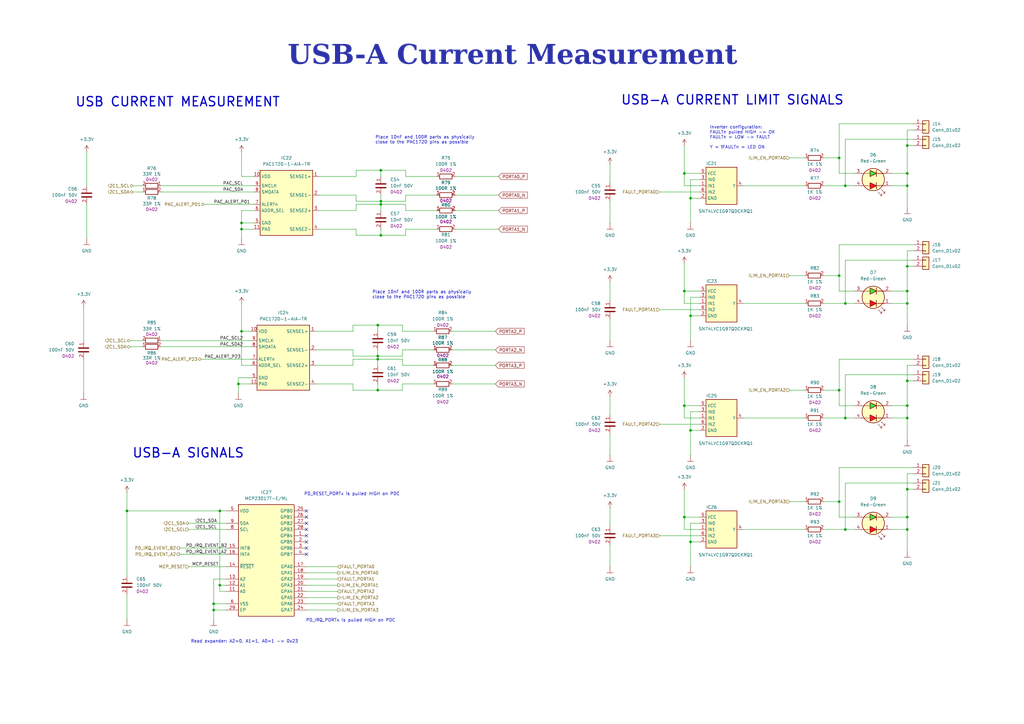
<source format=kicad_sch>
(kicad_sch (version 20250114) (generator "eeschema") (generator_version "9.0")
  (paper "A3")
  (title_block (title "USB-A Current Measurement") (date "2025-01-12") (rev "${REVISION}") (company "${COMPANY}"))
  (text "Place 10nF and 100R parts as physically \nclose to the PAC1720 pins as possible" (at 152.654 120.904 0) (effects (font (size 1.27 1.27)) (justify left)))
  (text "PD_RESET_PORTx is pulled HIGH on PDC" (at 124.714 202.692 0) (effects (font (size 1.27 1.27)) (justify left)))
  (text "Read expander: A2=0, A1=1, A0=1 -> 0x23" (at 78.232 263.144 0) (effects (font (size 1.27 1.27)) (justify left)))
  (text "Inverter configuration:\nFAULTn pulled HIGH -> OK\nFAULTn = LOW -> FAULT\n\nY = !FAULTn = LED ON" (at 291.084 56.388 0) (effects (font (size 1.27 1.27)) (justify left)))
  (text "Place 10nF and 100R parts as physically \nclose to the PAC1720 pins as possible" (at 153.924 57.404 0) (effects (font (size 1.27 1.27)) (justify left)))
  (text "USB-A CURRENT LIMIT SIGNALS" (at 254.508 41.148 0) (effects (font (size 3.81 3.81) (thickness 0.508) (bold yes)) (justify left)))
  (text "USB-A SIGNALS" (at 54.102 185.928 0) (effects (font (size 3.81 3.81) (thickness 0.508) (bold yes)) (justify left)))
  (text "PD_IRQ_PORTx is pulled HIGH on PDC" (at 125.476 254.508 0) (effects (font (size 1.27 1.27)) (justify left)))
  (text "USB CURRENT MEASUREMENT" (at 30.734 41.91 0) (effects (font (size 3.81 3.81) (thickness 0.508) (bold yes)) (justify left)))
  (text_box "USB-A Current Measurement" (at 12.7 16.51 0) (size 394.97 12.7) (margins 5.9999 5.9999 5.9999 5.9999) (stroke (width -0.0001)) (effects (font (size 8 8) (thickness 1.2) (bold yes))))
  (junction (at 283.21 81.28))
  (junction (at 154.94 146.05))
  (junction (at 280.67 71.12))
  (junction (at 372.11 119.38))
  (junction (at 87.63 247.65))
  (junction (at 372.11 109.22))
  (junction (at 372.11 124.46))
  (junction (at 156.21 69.85))
  (junction (at 344.17 205.74))
  (junction (at 99.06 135.89))
  (junction (at 280.67 166.37))
  (junction (at 372.11 156.21))
  (junction (at 372.11 212.09))
  (junction (at 283.21 176.53))
  (junction (at 280.67 119.38))
  (junction (at 372.11 217.17))
  (junction (at 97.79 157.48))
  (junction (at 372.11 200.66))
  (junction (at 346.71 171.45))
  (junction (at 99.06 91.44))
  (junction (at 90.17 240.03))
  (junction (at 154.94 133.35))
  (junction (at 344.17 113.03))
  (junction (at 283.21 129.54))
  (junction (at 280.67 212.09))
  (junction (at 156.21 96.52))
  (junction (at 99.06 93.98))
  (junction (at 52.07 209.55))
  (junction (at 154.94 147.32))
  (junction (at 87.63 250.19))
  (junction (at 90.17 209.55))
  (junction (at 372.11 71.12))
  (junction (at 346.71 217.17))
  (junction (at 372.11 59.69))
  (junction (at 154.94 160.02))
  (junction (at 156.21 82.55))
  (junction (at 372.11 166.37))
  (junction (at 344.17 64.77))
  (junction (at 372.11 171.45))
  (junction (at 372.11 76.2))
  (junction (at 156.21 83.82))
  (junction (at 346.71 124.46))
  (junction (at 344.17 160.02))
  (junction (at 283.21 222.25))
  (junction (at 346.71 76.2))
  (no_connect (at 125.73 219.71))
  (no_connect (at 125.73 224.79))
  (no_connect (at 125.73 227.33))
  (no_connect (at 125.73 222.25))
  (no_connect (at 125.73 209.55))
  (no_connect (at 125.73 214.63))
  (no_connect (at 125.73 212.09))
  (no_connect (at 125.73 217.17))
  (wire (pts (xy 283.21 222.25) (xy 283.21 232.41)))
  (wire (pts (xy 374.65 147.32) (xy 344.17 147.32)))
  (wire (pts (xy 374.65 191.77) (xy 344.17 191.77)))
  (wire (pts (xy 156.21 82.55) (xy 166.37 82.55)))
  (wire (pts (xy 372.11 124.46) (xy 372.11 133.35)))
  (wire (pts (xy 372.11 59.69) (xy 372.11 71.12)))
  (wire (pts (xy 280.67 154.94) (xy 280.67 166.37)))
  (wire (pts (xy 344.17 166.37) (xy 350.52 166.37)))
  (wire (pts (xy 66.04 142.24) (xy 102.87 142.24)))
  (wire (pts (xy 99.06 86.36) (xy 99.06 91.44)))
  (wire (pts (xy 374.65 198.12) (xy 346.71 198.12)))
  (wire (pts (xy 146.05 96.52) (xy 156.21 96.52)))
  (wire (pts (xy 374.65 53.34) (xy 372.11 53.34)))
  (wire (pts (xy 250.19 82.55) (xy 250.19 91.44)))
  (wire (pts (xy 250.19 223.52) (xy 250.19 232.41)))
  (wire (pts (xy 58.42 139.7) (xy 53.34 139.7)))
  (wire (pts (xy 87.63 250.19) (xy 87.63 254)))
  (wire (pts (xy 144.78 160.02) (xy 144.78 157.48)))
  (wire (pts (xy 138.43 240.03) (xy 125.73 240.03)))
  (wire (pts (xy 34.29 161.29) (xy 34.29 147.32)))
  (wire (pts (xy 87.63 247.65) (xy 92.71 247.65)))
  (wire (pts (xy 52.07 209.55) (xy 90.17 209.55)))
  (wire (pts (xy 374.65 102.87) (xy 372.11 102.87)))
  (wire (pts (xy 287.02 124.46) (xy 280.67 124.46)))
  (wire (pts (xy 146.05 96.52) (xy 146.05 93.98)))
  (wire (pts (xy 102.87 135.89) (xy 99.06 135.89)))
  (wire (pts (xy 283.21 176.53) (xy 283.21 186.69)))
  (wire (pts (xy 166.37 72.39) (xy 179.07 72.39)))
  (wire (pts (xy 372.11 217.17) (xy 372.11 226.06)))
  (wire (pts (xy 165.1 143.51) (xy 177.8 143.51)))
  (wire (pts (xy 156.21 83.82) (xy 156.21 86.36)))
  (wire (pts (xy 337.82 171.45) (xy 346.71 171.45)))
  (wire (pts (xy 270.51 173.99) (xy 287.02 173.99)))
  (wire (pts (xy 280.67 166.37) (xy 287.02 166.37)))
  (wire (pts (xy 337.82 217.17) (xy 346.71 217.17)))
  (wire (pts (xy 99.06 93.98) (xy 104.14 93.98)))
  (wire (pts (xy 138.43 237.49) (xy 125.73 237.49)))
  (wire (pts (xy 165.1 135.89) (xy 177.8 135.89)))
  (wire (pts (xy 97.79 157.48) (xy 97.79 161.29)))
  (wire (pts (xy 203.2 143.51) (xy 185.42 143.51)))
  (wire (pts (xy 344.17 50.8) (xy 344.17 64.77)))
  (wire (pts (xy 372.11 71.12) (xy 372.11 76.2)))
  (wire (pts (xy 77.47 232.41) (xy 92.71 232.41)))
  (wire (pts (xy 87.63 250.19) (xy 92.71 250.19)))
  (wire (pts (xy 99.06 149.86) (xy 102.87 149.86)))
  (wire (pts (xy 344.17 191.77) (xy 344.17 205.74)))
  (wire (pts (xy 374.65 50.8) (xy 344.17 50.8)))
  (wire (pts (xy 250.19 177.8) (xy 250.19 186.69)))
  (wire (pts (xy 144.78 149.86) (xy 129.54 149.86)))
  (wire (pts (xy 365.76 212.09) (xy 372.11 212.09)))
  (wire (pts (xy 372.11 109.22) (xy 372.11 119.38)))
  (wire (pts (xy 280.67 107.95) (xy 280.67 119.38)))
  (wire (pts (xy 144.78 135.89) (xy 129.54 135.89)))
  (wire (pts (xy 330.2 205.74) (xy 323.85 205.74)))
  (wire (pts (xy 146.05 83.82) (xy 146.05 86.36)))
  (wire (pts (xy 280.67 119.38) (xy 287.02 119.38)))
  (wire (pts (xy 250.19 130.81) (xy 250.19 139.7)))
  (wire (pts (xy 372.11 102.87) (xy 372.11 109.22)))
  (wire (pts (xy 337.82 76.2) (xy 346.71 76.2)))
  (wire (pts (xy 144.78 146.05) (xy 154.94 146.05)))
  (wire (pts (xy 337.82 205.74) (xy 344.17 205.74)))
  (wire (pts (xy 304.8 124.46) (xy 330.2 124.46)))
  (wire (pts (xy 166.37 80.01) (xy 179.07 80.01)))
  (wire (pts (xy 138.43 232.41) (xy 125.73 232.41)))
  (wire (pts (xy 166.37 86.36) (xy 179.07 86.36)))
  (wire (pts (xy 346.71 171.45) (xy 350.52 171.45)))
  (wire (pts (xy 372.11 166.37) (xy 372.11 171.45)))
  (wire (pts (xy 372.11 194.31) (xy 372.11 200.66)))
  (wire (pts (xy 287.02 176.53) (xy 283.21 176.53)))
  (wire (pts (xy 287.02 171.45) (xy 280.67 171.45)))
  (wire (pts (xy 204.47 72.39) (xy 186.69 72.39)))
  (wire (pts (xy 374.65 200.66) (xy 372.11 200.66)))
  (wire (pts (xy 154.94 133.35) (xy 165.1 133.35)))
  (wire (pts (xy 58.42 78.74) (xy 54.61 78.74)))
  (wire (pts (xy 250.19 162.56) (xy 250.19 170.18)))
  (wire (pts (xy 138.43 250.19) (xy 125.73 250.19)))
  (wire (pts (xy 156.21 93.98) (xy 156.21 96.52)))
  (wire (pts (xy 154.94 143.51) (xy 154.94 146.05)))
  (wire (pts (xy 283.21 168.91) (xy 283.21 176.53)))
  (wire (pts (xy 346.71 106.68) (xy 346.71 124.46)))
  (wire (pts (xy 138.43 245.11) (xy 125.73 245.11)))
  (wire (pts (xy 337.82 113.03) (xy 344.17 113.03)))
  (wire (pts (xy 77.47 217.17) (xy 92.71 217.17)))
  (wire (pts (xy 304.8 217.17) (xy 330.2 217.17)))
  (wire (pts (xy 34.29 125.73) (xy 34.29 139.7)))
  (wire (pts (xy 87.63 247.65) (xy 87.63 250.19)))
  (wire (pts (xy 156.21 96.52) (xy 166.37 96.52)))
  (wire (pts (xy 280.67 71.12) (xy 287.02 71.12)))
  (wire (pts (xy 92.71 240.03) (xy 90.17 240.03)))
  (wire (pts (xy 154.94 160.02) (xy 165.1 160.02)))
  (wire (pts (xy 372.11 76.2) (xy 372.11 85.09)))
  (wire (pts (xy 144.78 133.35) (xy 154.94 133.35)))
  (wire (pts (xy 283.21 121.92) (xy 283.21 129.54)))
  (wire (pts (xy 154.94 147.32) (xy 154.94 149.86)))
  (wire (pts (xy 156.21 69.85) (xy 156.21 72.39)))
  (wire (pts (xy 346.71 76.2) (xy 350.52 76.2)))
  (wire (pts (xy 346.71 124.46) (xy 350.52 124.46)))
  (wire (pts (xy 146.05 72.39) (xy 130.81 72.39)))
  (wire (pts (xy 374.65 100.33) (xy 344.17 100.33)))
  (wire (pts (xy 344.17 119.38) (xy 350.52 119.38)))
  (wire (pts (xy 77.47 214.63) (xy 92.71 214.63)))
  (wire (pts (xy 144.78 133.35) (xy 144.78 135.89)))
  (wire (pts (xy 280.67 76.2) (xy 280.67 71.12)))
  (wire (pts (xy 374.65 57.15) (xy 346.71 57.15)))
  (wire (pts (xy 304.8 171.45) (xy 330.2 171.45)))
  (wire (pts (xy 144.78 160.02) (xy 154.94 160.02)))
  (wire (pts (xy 203.2 157.48) (xy 185.42 157.48)))
  (wire (pts (xy 280.67 59.69) (xy 280.67 71.12)))
  (wire (pts (xy 166.37 96.52) (xy 166.37 93.98)))
  (wire (pts (xy 165.1 133.35) (xy 165.1 135.89)))
  (wire (pts (xy 337.82 160.02) (xy 344.17 160.02)))
  (wire (pts (xy 166.37 82.55) (xy 166.37 80.01)))
  (wire (pts (xy 365.76 166.37) (xy 372.11 166.37)))
  (wire (pts (xy 365.76 71.12) (xy 372.11 71.12)))
  (wire (pts (xy 280.67 171.45) (xy 280.67 166.37)))
  (wire (pts (xy 287.02 168.91) (xy 283.21 168.91)))
  (wire (pts (xy 283.21 73.66) (xy 283.21 81.28)))
  (wire (pts (xy 52.07 209.55) (xy 52.07 236.22)))
  (wire (pts (xy 287.02 81.28) (xy 283.21 81.28)))
  (wire (pts (xy 154.94 133.35) (xy 154.94 135.89)))
  (wire (pts (xy 337.82 124.46) (xy 346.71 124.46)))
  (wire (pts (xy 97.79 154.94) (xy 102.87 154.94)))
  (wire (pts (xy 144.78 143.51) (xy 129.54 143.51)))
  (wire (pts (xy 165.1 160.02) (xy 165.1 157.48)))
  (wire (pts (xy 304.8 76.2) (xy 330.2 76.2)))
  (wire (pts (xy 104.14 86.36) (xy 99.06 86.36)))
  (wire (pts (xy 92.71 242.57) (xy 90.17 242.57)))
  (wire (pts (xy 203.2 149.86) (xy 185.42 149.86)))
  (wire (pts (xy 287.02 217.17) (xy 280.67 217.17)))
  (wire (pts (xy 346.71 198.12) (xy 346.71 217.17)))
  (wire (pts (xy 52.07 254) (xy 52.07 243.84)))
  (wire (pts (xy 90.17 209.55) (xy 92.71 209.55)))
  (wire (pts (xy 144.78 146.05) (xy 144.78 143.51)))
  (wire (pts (xy 99.06 135.89) (xy 99.06 149.86)))
  (wire (pts (xy 372.11 156.21) (xy 372.11 166.37)))
  (wire (pts (xy 372.11 212.09) (xy 372.11 217.17)))
  (wire (pts (xy 270.51 127) (xy 287.02 127)))
  (wire (pts (xy 344.17 205.74) (xy 344.17 212.09)))
  (wire (pts (xy 204.47 80.01) (xy 186.69 80.01)))
  (wire (pts (xy 146.05 82.55) (xy 146.05 80.01)))
  (wire (pts (xy 204.47 86.36) (xy 186.69 86.36)))
  (wire (pts (xy 165.1 147.32) (xy 165.1 149.86)))
  (wire (pts (xy 138.43 234.95) (xy 125.73 234.95)))
  (wire (pts (xy 97.79 154.94) (xy 97.79 157.48)))
  (wire (pts (xy 365.76 119.38) (xy 372.11 119.38)))
  (wire (pts (xy 165.1 157.48) (xy 177.8 157.48)))
  (wire (pts (xy 283.21 81.28) (xy 283.21 91.44)))
  (wire (pts (xy 270.51 219.71) (xy 287.02 219.71)))
  (wire (pts (xy 372.11 109.22) (xy 374.65 109.22)))
  (wire (pts (xy 99.06 91.44) (xy 99.06 93.98)))
  (wire (pts (xy 66.04 139.7) (xy 102.87 139.7)))
  (wire (pts (xy 250.19 115.57) (xy 250.19 123.19)))
  (wire (pts (xy 73.66 224.79) (xy 92.71 224.79)))
  (wire (pts (xy 138.43 242.57) (xy 125.73 242.57)))
  (wire (pts (xy 99.06 91.44) (xy 104.14 91.44)))
  (wire (pts (xy 346.71 153.67) (xy 346.71 171.45)))
  (wire (pts (xy 374.65 106.68) (xy 346.71 106.68)))
  (wire (pts (xy 82.55 147.32) (xy 102.87 147.32)))
  (wire (pts (xy 365.76 171.45) (xy 372.11 171.45)))
  (wire (pts (xy 104.14 72.39) (xy 99.06 72.39)))
  (wire (pts (xy 154.94 157.48) (xy 154.94 160.02)))
  (wire (pts (xy 330.2 64.77) (xy 323.85 64.77)))
  (wire (pts (xy 146.05 83.82) (xy 156.21 83.82)))
  (wire (pts (xy 166.37 93.98) (xy 179.07 93.98)))
  (wire (pts (xy 330.2 160.02) (xy 323.85 160.02)))
  (wire (pts (xy 156.21 80.01) (xy 156.21 82.55)))
  (wire (pts (xy 92.71 237.49) (xy 87.63 237.49)))
  (wire (pts (xy 344.17 212.09) (xy 350.52 212.09)))
  (wire (pts (xy 372.11 171.45) (xy 372.11 180.34)))
  (wire (pts (xy 144.78 147.32) (xy 154.94 147.32)))
  (wire (pts (xy 283.21 129.54) (xy 283.21 139.7)))
  (wire (pts (xy 165.1 146.05) (xy 165.1 143.51)))
  (wire (pts (xy 146.05 69.85) (xy 146.05 72.39)))
  (wire (pts (xy 156.21 83.82) (xy 166.37 83.82)))
  (wire (pts (xy 97.79 157.48) (xy 102.87 157.48)))
  (wire (pts (xy 280.67 200.66) (xy 280.67 212.09)))
  (wire (pts (xy 146.05 82.55) (xy 156.21 82.55)))
  (wire (pts (xy 90.17 242.57) (xy 90.17 240.03)))
  (wire (pts (xy 374.65 149.86) (xy 372.11 149.86)))
  (wire (pts (xy 344.17 64.77) (xy 344.17 71.12)))
  (wire (pts (xy 138.43 247.65) (xy 125.73 247.65)))
  (wire (pts (xy 156.21 69.85) (xy 166.37 69.85)))
  (wire (pts (xy 372.11 156.21) (xy 374.65 156.21)))
  (wire (pts (xy 287.02 121.92) (xy 283.21 121.92)))
  (wire (pts (xy 374.65 194.31) (xy 372.11 194.31)))
  (wire (pts (xy 372.11 149.86) (xy 372.11 156.21)))
  (wire (pts (xy 374.65 153.67) (xy 346.71 153.67)))
  (wire (pts (xy 287.02 73.66) (xy 283.21 73.66)))
  (wire (pts (xy 203.2 135.89) (xy 185.42 135.89)))
  (wire (pts (xy 204.47 93.98) (xy 186.69 93.98)))
  (wire (pts (xy 346.71 217.17) (xy 350.52 217.17)))
  (wire (pts (xy 52.07 201.93) (xy 52.07 209.55)))
  (wire (pts (xy 287.02 214.63) (xy 283.21 214.63)))
  (wire (pts (xy 58.42 142.24) (xy 53.34 142.24)))
  (wire (pts (xy 344.17 71.12) (xy 350.52 71.12)))
  (wire (pts (xy 346.71 57.15) (xy 346.71 76.2)))
  (wire (pts (xy 250.19 67.31) (xy 250.19 74.93)))
  (wire (pts (xy 344.17 147.32) (xy 344.17 160.02)))
  (wire (pts (xy 365.76 76.2) (xy 372.11 76.2)))
  (wire (pts (xy 330.2 113.03) (xy 323.85 113.03)))
  (wire (pts (xy 154.94 147.32) (xy 165.1 147.32)))
  (wire (pts (xy 344.17 100.33) (xy 344.17 113.03)))
  (wire (pts (xy 270.51 78.74) (xy 287.02 78.74)))
  (wire (pts (xy 146.05 80.01) (xy 130.81 80.01)))
  (wire (pts (xy 99.06 124.46) (xy 99.06 135.89)))
  (wire (pts (xy 58.42 76.2) (xy 54.61 76.2)))
  (wire (pts (xy 146.05 86.36) (xy 130.81 86.36)))
  (wire (pts (xy 365.76 124.46) (xy 372.11 124.46)))
  (wire (pts (xy 35.56 97.79) (xy 35.56 83.82)))
  (wire (pts (xy 35.56 62.23) (xy 35.56 76.2)))
  (wire (pts (xy 287.02 222.25) (xy 283.21 222.25)))
  (wire (pts (xy 166.37 69.85) (xy 166.37 72.39)))
  (wire (pts (xy 372.11 59.69) (xy 374.65 59.69)))
  (wire (pts (xy 90.17 240.03) (xy 90.17 209.55)))
  (wire (pts (xy 73.66 227.33) (xy 92.71 227.33)))
  (wire (pts (xy 337.82 64.77) (xy 344.17 64.77)))
  (wire (pts (xy 66.04 78.74) (xy 104.14 78.74)))
  (wire (pts (xy 287.02 76.2) (xy 280.67 76.2)))
  (wire (pts (xy 154.94 146.05) (xy 165.1 146.05)))
  (wire (pts (xy 99.06 93.98) (xy 99.06 97.79)))
  (wire (pts (xy 365.76 217.17) (xy 372.11 217.17)))
  (wire (pts (xy 280.67 217.17) (xy 280.67 212.09)))
  (wire (pts (xy 144.78 157.48) (xy 129.54 157.48)))
  (wire (pts (xy 83.82 83.82) (xy 104.14 83.82)))
  (wire (pts (xy 344.17 160.02) (xy 344.17 166.37)))
  (wire (pts (xy 372.11 119.38) (xy 372.11 124.46)))
  (wire (pts (xy 87.63 237.49) (xy 87.63 247.65)))
  (wire (pts (xy 166.37 83.82) (xy 166.37 86.36)))
  (wire (pts (xy 372.11 200.66) (xy 372.11 212.09)))
  (wire (pts (xy 372.11 53.34) (xy 372.11 59.69)))
  (wire (pts (xy 66.04 76.2) (xy 104.14 76.2)))
  (wire (pts (xy 287.02 129.54) (xy 283.21 129.54)))
  (wire (pts (xy 146.05 69.85) (xy 156.21 69.85)))
  (wire (pts (xy 344.17 113.03) (xy 344.17 119.38)))
  (wire (pts (xy 283.21 214.63) (xy 283.21 222.25)))
  (wire (pts (xy 250.19 208.28) (xy 250.19 215.9)))
  (wire (pts (xy 99.06 62.23) (xy 99.06 72.39)))
  (wire (pts (xy 280.67 124.46) (xy 280.67 119.38)))
  (wire (pts (xy 144.78 147.32) (xy 144.78 149.86)))
  (wire (pts (xy 165.1 149.86) (xy 177.8 149.86)))
  (wire (pts (xy 280.67 212.09) (xy 287.02 212.09)))
  (wire (pts (xy 146.05 93.98) (xy 130.81 93.98)))
  (label "PD_IRQ_EVENT_B2" (at 76.2 224.79 0))
  (label "PAC_SCL" (at 91.44 76.2 0))
  (label "MCP_RESET" (at 78.74 232.41 0))
  (label "PAC_SDA2" (at 90.17 142.24 0))
  (label "I2C1_SCL" (at 80.01 217.17 0))
  (label "I2C1_SDA" (at 80.01 214.63 0))
  (label "PAC_SCL2" (at 90.17 139.7 0))
  (label "PD_IRQ_EVENT_A2" (at 76.2 227.33 0))
  (label "PAC_ALERT_P01" (at 87.63 83.82 0))
  (label "PAC_ALERT_P23" (at 83.82 147.32 0))
  (label "PAC_SDA" (at 91.44 78.74 0))
  (global_label "PORTA0_P" (shape input) (at 204.47 72.39 0) (property "Intersheetrefs" "${INTERSHEET_REFS}" (effects (hide yes))))
  (global_label "PORTA1_P" (shape input) (at 204.47 86.36 0) (property "Intersheetrefs" "${INTERSHEET_REFS}" (effects (hide yes))))
  (global_label "PORTA2_N" (shape input) (at 203.2 143.51 0) (property "Intersheetrefs" "${INTERSHEET_REFS}" (effects (hide yes))))
  (global_label "PORTA2_P" (shape input) (at 203.2 135.89 0) (property "Intersheetrefs" "${INTERSHEET_REFS}" (effects (hide yes))))
  (global_label "PORTA0_N" (shape input) (at 204.47 80.01 0) (property "Intersheetrefs" "${INTERSHEET_REFS}" (effects (hide yes))))
  (global_label "PORTA3_P" (shape input) (at 203.2 149.86 0) (property "Intersheetrefs" "${INTERSHEET_REFS}" (effects (hide yes))))
  (global_label "PORTA3_N" (shape input) (at 203.2 157.48 0) (property "Intersheetrefs" "${INTERSHEET_REFS}" (effects (hide yes))))
  (global_label "PORTA1_N" (shape input) (at 204.47 93.98 0) (property "Intersheetrefs" "${INTERSHEET_REFS}" (effects (hide yes))))
  (hierarchical_label "ILIM_EN_PORTA0" (shape input) (at 323.85 64.77 180))
  (hierarchical_label "FAULT_PORTA0" (shape input) (at 270.51 78.74 180))
  (hierarchical_label "I2C1_SDA" (shape bidirectional) (at 77.47 214.63 180))
  (hierarchical_label "I2C1_SCL" (shape bidirectional) (at 54.61 76.2 180))
  (hierarchical_label "FAULT_PORTA0" (shape input) (at 138.43 232.41 0))
  (hierarchical_label "FAULT_PORTA1" (shape input) (at 138.43 237.49 0))
  (hierarchical_label "ILIM_EN_PORTA1" (shape input) (at 323.85 113.03 180))
  (hierarchical_label "FAULT_PORTA2" (shape input) (at 270.51 173.99 180))
  (hierarchical_label "PAC_ALERT_P01" (shape bidirectional) (at 83.82 83.82 180))
  (hierarchical_label "ILIM_EN_PORTA2" (shape input) (at 323.85 160.02 180))
  (hierarchical_label "FAULT_PORTA2" (shape input) (at 138.43 242.57 0))
  (hierarchical_label "FAULT_PORTA3" (shape input) (at 270.51 219.71 180))
  (hierarchical_label "ILIM_EN_PORTA2" (shape output) (at 138.43 245.11 0))
  (hierarchical_label "ILIM_EN_PORTA3" (shape output) (at 138.43 250.19 0))
  (hierarchical_label "FAULT_PORTA1" (shape input) (at 270.51 127 180))
  (hierarchical_label "ILIM_EN_PORTA1" (shape output) (at 138.43 240.03 0))
  (hierarchical_label "PD_IRQ_EVENT_A2" (shape output) (at 73.66 227.33 180))
  (hierarchical_label "PD_IRQ_EVENT_B2" (shape output) (at 73.66 224.79 180))
  (hierarchical_label "I2C1_SCL" (shape input) (at 77.47 217.17 180))
  (hierarchical_label "MCP_RESET" (shape input) (at 77.47 232.41 180))
  (hierarchical_label "PAC_ALERT_P23" (shape bidirectional) (at 82.55 147.32 180))
  (hierarchical_label "ILIM_EN_PORTA3" (shape input) (at 323.85 205.74 180))
  (hierarchical_label "FAULT_PORTA3" (shape input) (at 138.43 247.65 0))
  (hierarchical_label "ILIM_EN_PORTA0" (shape output) (at 138.43 234.95 0))
  (hierarchical_label "I2C1_SDA" (shape bidirectional) (at 53.34 142.24 180))
  (hierarchical_label "I2C1_SCL" (shape bidirectional) (at 53.34 139.7 180))
  (hierarchical_label "I2C1_SDA" (shape bidirectional) (at 54.61 78.74 180))
  (symbol (lib_id "DS_Peripherals:MCP23017T-E/ML") (at 109.22 229.87 0) (unit 1)
    (property "Reference" "IC27" (at 109.22 201.93 0))
    (property "Value" "MCP23017T-E/ML" (at 109.22 204.47 0))
    (property "Footprint" "DS_Peripherals:QFN-28-1EP_6x6mm_P0.65mm_EP4.25x4.25mm_ThermalVias" (effects (hide yes)))
    (property "Datasheet" "https://ww1.microchip.com/downloads/aemDocuments/documents/APID/ProductDocuments/DataSheets/MCP23017-Data-Sheet-DS20001952.pdf" (effects (hide yes)))
    (property "Description" "I/O Expander 16 I2C 1.7 MHz 28-QFN (6x6)" (effects (hide yes)))
    (property "MPN" "MCP23017T-E/ML" (effects (hide yes)))
    (property "MFR" "Microchip Technology" (effects (hide yes)))
    (property "LCSC_PART" "C629439" (effects (hide yes)))
    (property "DIST1" "https://www.digikey.at/en/products/detail/microchip-technology/MCP23017T-E-ML/964183" (effects (hide yes)))
    (property "ROHS" "YES" (effects (hide yes)))
  )
  (symbol (lib_id "DS_Capacitor_0402:10nF 50V 0402") (at 156.21 76.2 0) (unit 1)
    (property "Reference" "C54" (at 160.02 73.6599 0) (effects (justify left)))
    (property "Value" "10nF 50V" (at 160.02 76.1999 0) (effects (justify left)))
    (property "Footprint" "Capacitor_SMD:C_0402_1005Metric" (effects (hide yes)))
    (property "Description" "50V 10nF X7R ±10% 0402 Multilayer Ceramic Capacitors MLCC - SMD/SMT ROHS" (effects (hide yes)))
    (property "FOOTPRINT_SHORT" "0402" (at 160.02 78.7399 0) (effects (justify left)))
    (property "ROHS" "YES" (effects (hide yes)))
    (property "LCSC_PART" "C60133" (effects (hide yes)))
  )
  (symbol (lib_id "DS_Supply:GND") (at 34.29 161.29 0) (unit 1)
    (property "Reference" "#PWR221" (effects (hide yes)))
    (property "Value" "GND" (at 34.29 166.37 0))
    (property "Description" "Power symbol creates a global label with name \"GND\" , ground" (effects (hide yes)))
  )
  (symbol (lib_id "DS_Resistor_0402:1K 1% 0402") (at 334.01 171.45 90) (mirror x) (unit 1)
    (property "Reference" "R91" (at 332.232 168.402 90) (effects (justify right)))
    (property "Value" "1K 1%" (at 330.962 173.99 90) (effects (justify right)))
    (property "Footprint" "Resistor_SMD:R_0402_1005Metric" (effects (hide yes)))
    (property "Description" "62.5mW Thick Film Resistors 50V ±100ppm/℃ ±1% 1kΩ 0402 Chip Resistor - Surface Mount ROHS" (effects (hide yes)))
    (property "LCSC_PART" "C11702" (effects (hide yes)))
    (property "ROHS" "YES" (effects (hide yes)))
    (property "FOOTPRINT_SHORT" "0402" (at 331.724 176.53 90) (effects (justify right)))
    (property "MFR" "FH" (effects (hide yes)))
  )
  (symbol (lib_id "DS_Capacitor_0402:100nF 50V 0402") (at 35.56 80.01 0) (mirror y) (unit 1)
    (property "Reference" "C56" (at 31.75 77.4699 0) (effects (justify left)))
    (property "Value" "100nF 50V" (at 31.75 80.0099 0) (effects (justify left)))
    (property "Footprint" "Capacitor_SMD:C_0402_1005Metric" (effects (hide yes)))
    (property "Description" "50V 100nF X7R ±10% 0402 Multilayer Ceramic Capacitors MLCC - SMD/SMT ROHS" (effects (hide yes)))
    (property "FOOTPRINT_SHORT" "0402" (at 31.75 82.5499 0) (effects (justify left)))
    (property "ROHS" "YES" (effects (hide yes)))
    (property "LCSC_PART" "C307331" (effects (hide yes)))
  )
  (symbol (lib_id "power:+3.3V") (at 99.06 124.46 0) (unit 1)
    (property "Reference" "#PWR215" (effects (hide yes)))
    (property "Value" "+3.3V" (at 99.06 119.38 0))
    (property "Description" "Power symbol creates a global label with name \"+3.3V\"" (effects (hide yes)))
  )
  (symbol (lib_id "DS_Capacitor_0402:100nF 50V 0402") (at 250.19 173.99 0) (mirror y) (unit 1)
    (property "Reference" "C62" (at 246.38 171.4499 0) (effects (justify left)))
    (property "Value" "100nF 50V" (at 246.38 173.9899 0) (effects (justify left)))
    (property "Footprint" "Capacitor_SMD:C_0402_1005Metric" (effects (hide yes)))
    (property "Description" "50V 100nF X7R ±10% 0402 Multilayer Ceramic Capacitors MLCC - SMD/SMT ROHS" (effects (hide yes)))
    (property "FOOTPRINT_SHORT" "0402" (at 246.38 176.5299 0) (effects (justify left)))
    (property "ROHS" "YES" (effects (hide yes)))
    (property "LCSC_PART" "C307331" (effects (hide yes)))
  )
  (symbol (lib_id "DS_Supply:GND") (at 283.21 232.41 0) (unit 1)
    (property "Reference" "#PWR231" (effects (hide yes)))
    (property "Value" "GND" (at 283.21 237.49 0))
    (property "Description" "Power symbol creates a global label with name \"GND\" , ground" (effects (hide yes)))
  )
  (symbol (lib_id "Connector_Generic:Conn_01x02") (at 379.73 50.8 0) (unit 1)
    (property "Reference" "J14" (at 382.27 50.7999 0) (effects (justify left)))
    (property "Value" "Conn_01x02" (at 382.27 53.3399 0) (effects (justify left)))
    (property "Footprint" "Connector_PinHeader_1.27mm:PinHeader_1x02_P1.27mm_Vertical" (effects (hide yes)))
    (property "Description" "Generic connector, single row, 01x02, script generated (kicad-library-utils/schlib/autogen/connector/)" (effects (hide yes)))
  )
  (symbol (lib_id "DS_Supply:GND") (at 372.11 226.06 0) (unit 1)
    (property "Reference" "#PWR229" (effects (hide yes)))
    (property "Value" "GND" (at 372.11 231.14 0))
    (property "Description" "Power symbol creates a global label with name \"GND\" , ground" (effects (hide yes)))
  )
  (symbol (lib_id "DS_Capacitor_0402:100nF 50V 0402") (at 250.19 219.71 0) (mirror y) (unit 1)
    (property "Reference" "C63" (at 246.38 217.1699 0) (effects (justify left)))
    (property "Value" "100nF 50V" (at 246.38 219.7099 0) (effects (justify left)))
    (property "Footprint" "Capacitor_SMD:C_0402_1005Metric" (effects (hide yes)))
    (property "Description" "50V 100nF X7R ±10% 0402 Multilayer Ceramic Capacitors MLCC - SMD/SMT ROHS" (effects (hide yes)))
    (property "FOOTPRINT_SHORT" "0402" (at 246.38 222.2499 0) (effects (justify left)))
    (property "ROHS" "YES" (effects (hide yes)))
    (property "LCSC_PART" "C307331" (effects (hide yes)))
  )
  (symbol (lib_id "DS_Resistor_0402:33R 1% 0402") (at 62.23 78.74 90) (mirror x) (unit 1)
    (property "Reference" "R78" (at 62.23 81.28 90))
    (property "Value" "33R 1%" (at 62.23 83.566 90))
    (property "Footprint" "Resistor_SMD:R_0402_1005Metric" (effects (hide yes)))
    (property "Description" "-55℃~+155℃ 33Ω 50V 62.5mW Thick Film Resistor ±1% ±100ppm/℃ 0402 Chip Resistor - Surface Mount ROHS" (effects (hide yes)))
    (property "LCSC_PART" "C25105" (effects (hide yes)))
    (property "ROHS" "YES" (effects (hide yes)))
    (property "FOOTPRINT_SHORT" "0402" (at 62.23 85.852 90))
    (property "MFR" "ROHM" (effects (hide yes)))
  )
  (symbol (lib_id "DS_Capacitor_0402:100nF 50V 0402") (at 250.19 78.74 0) (mirror y) (unit 1)
    (property "Reference" "C55" (at 246.38 76.1999 0) (effects (justify left)))
    (property "Value" "100nF 50V" (at 246.38 78.7399 0) (effects (justify left)))
    (property "Footprint" "Capacitor_SMD:C_0402_1005Metric" (effects (hide yes)))
    (property "Description" "50V 100nF X7R ±10% 0402 Multilayer Ceramic Capacitors MLCC - SMD/SMT ROHS" (effects (hide yes)))
    (property "FOOTPRINT_SHORT" "0402" (at 246.38 81.2799 0) (effects (justify left)))
    (property "ROHS" "YES" (effects (hide yes)))
    (property "LCSC_PART" "C307331" (effects (hide yes)))
  )
  (symbol (lib_id "DS_Resistor_0402:1K 1% 0402") (at 334.01 113.03 90) (mirror x) (unit 1)
    (property "Reference" "R82" (at 332.232 109.982 90) (effects (justify right)))
    (property "Value" "1K 1%" (at 330.962 115.57 90) (effects (justify right)))
    (property "Footprint" "Resistor_SMD:R_0402_1005Metric" (effects (hide yes)))
    (property "Description" "62.5mW Thick Film Resistors 50V ±100ppm/℃ ±1% 1kΩ 0402 Chip Resistor - Surface Mount ROHS" (effects (hide yes)))
    (property "LCSC_PART" "C11702" (effects (hide yes)))
    (property "ROHS" "YES" (effects (hide yes)))
    (property "FOOTPRINT_SHORT" "0402" (at 331.724 118.11 90) (effects (justify right)))
    (property "MFR" "FH" (effects (hide yes)))
  )
  (symbol (lib_id "DS_Supply:GND") (at 283.21 186.69 0) (unit 1)
    (property "Reference" "#PWR226" (effects (hide yes)))
    (property "Value" "GND" (at 283.21 191.77 0))
    (property "Description" "Power symbol creates a global label with name \"GND\" , ground" (effects (hide yes)))
  )
  (symbol (lib_id "DS_Resistor_0402:100R 1% 0402") (at 181.61 143.51 90) (unit 1)
    (property "Reference" "R87" (at 181.61 138.43 90))
    (property "Value" "100R 1%" (at 181.61 140.716 90))
    (property "Footprint" "Resistor_SMD:R_0402_1005Metric" (effects (hide yes)))
    (property "Description" "62.5mW Thick Film Resistors 50V ±1% ±200ppm/℃ 100Ω 0402 Chip Resistor - Surface Mount ROHS" (effects (hide yes)))
    (property "LCSC_PART" "C25076" (effects (hide yes)))
    (property "ROHS" "YES" (effects (hide yes)))
    (property "FOOTPRINT_SHORT" "0402" (at 181.61 145.796 90))
  )
  (symbol (lib_id "Connector_Generic:Conn_01x02") (at 379.73 100.33 0) (unit 1)
    (property "Reference" "J16" (at 382.27 100.3299 0) (effects (justify left)))
    (property "Value" "Conn_01x02" (at 382.27 102.8699 0) (effects (justify left)))
    (property "Footprint" "Connector_PinHeader_1.27mm:PinHeader_1x02_P1.27mm_Vertical" (effects (hide yes)))
    (property "Description" "Generic connector, single row, 01x02, script generated (kicad-library-utils/schlib/autogen/connector/)" (effects (hide yes)))
  )
  (symbol (lib_id "DS_Peripherals:SN74LVC1G97QDCKRQ1") (at 295.91 124.46 0) (unit 1)
    (property "Reference" "IC23" (at 291.846 115.316 0))
    (property "Value" "SN74LVC1G97QDCKRQ1" (at 297.688 134.874 0))
    (property "Footprint" "DS_Peripherals:SOT-363_SC-70-6" (effects (hide yes)))
    (property "Datasheet" "https://www.ti.com/general/docs/suppproductinfo.tsp?distId=10&gotoUrl=https%3A%2F%2Fwww.ti.com%2Flit%2Fgpn%2Fsn74lvc1g97-q1" (effects (hide yes)))
    (property "Description" "Configurable Multiple Function Configurable 1 Circuit 3 Input SC-70-6" (effects (hide yes)))
    (property "MPN" "SN74LVC1G97QDCKRQ1" (effects (hide yes)))
    (property "MFR" "Texas Instruments" (effects (hide yes)))
    (property "LCSC_PART" "C179911" (effects (hide yes)))
    (property "DIST1" "https://www.digikey.de/en/products/detail/texas-instruments/sn74lvc1g97qdckrq1/716453" (effects (hide yes)))
    (property "ROHS" "YES" (effects (hide yes)))
  )
  (symbol (lib_id "DS_Supply:GND") (at 283.21 139.7 0) (unit 1)
    (property "Reference" "#PWR219" (effects (hide yes)))
    (property "Value" "GND" (at 283.21 144.78 0))
    (property "Description" "Power symbol creates a global label with name \"GND\" , ground" (effects (hide yes)))
  )
  (symbol (lib_id "DS_Supply:GND") (at 87.63 254 0) (unit 1)
    (property "Reference" "#PWR236" (effects (hide yes)))
    (property "Value" "GND" (at 87.63 259.08 0))
    (property "Description" "Power symbol creates a global label with name \"GND\" , ground" (effects (hide yes)))
  )
  (symbol (lib_id "power:+3.3V") (at 35.56 62.23 0) (unit 1)
    (property "Reference" "#PWR205" (effects (hide yes)))
    (property "Value" "+3.3V" (at 35.56 57.15 0))
    (property "Description" "Power symbol creates a global label with name \"+3.3V\"" (effects (hide yes)))
  )
  (symbol (lib_id "DS_Resistor_0402:100R 1% 0402") (at 182.88 93.98 90) (unit 1)
    (property "Reference" "R81" (at 182.88 96.266 90))
    (property "Value" "100R 1%" (at 182.88 98.806 90))
    (property "Footprint" "Resistor_SMD:R_0402_1005Metric" (effects (hide yes)))
    (property "Description" "62.5mW Thick Film Resistors 50V ±1% ±200ppm/℃ 100Ω 0402 Chip Resistor - Surface Mount ROHS" (effects (hide yes)))
    (property "LCSC_PART" "C25076" (effects (hide yes)))
    (property "ROHS" "YES" (effects (hide yes)))
    (property "FOOTPRINT_SHORT" "0402" (at 182.88 101.346 90))
  )
  (symbol (lib_id "DS_Opto:Red/Green_0605") (at 358.14 168.91 180) (unit 1)
    (property "Reference" "D8" (at 358.14 158.75 0))
    (property "Value" "Red-Green" (at 358.14 161.29 0))
    (property "Footprint" "DS_Opto:LED_0605-1613" (effects (hide yes)))
    (property "Datasheet" "https://jlcpcb.com/api/file/downloadByFileSystemAccessId/8588935362735443968" (effects (hide yes)))
    (property "Description" "-40°C~+85°C 120° 180mcd、1.2cd 2.4V、3.4V 20mA 50mW、70mW 520nm~530nm、620nm~630nm 525nm、625nm Common Anode Red, Emerald Green Top-mount Water Clear SMD-4P,1.6x1.5mm LED Indication - Discrete ROHS" (effects (hide yes)))
    (property "MPN" "XL-1615SURUGC" (effects (hide yes)))
    (property "MFR" "XINGLIGHT" (effects (hide yes)))
    (property "LCSC_PART" "C965839" (effects (hide yes)))
    (property "ROHS" "YES" (effects (hide yes)))
    (property "Size" "SMD-4P,1.6x1.5mm" (effects (hide yes)))
  )
  (symbol (lib_id "DS_Resistor_0402:33R 1% 0402") (at 62.23 139.7 270) (unit 1)
    (property "Reference" "R85" (at 62.23 132.334 90))
    (property "Value" "33R 1%" (at 62.23 134.874 90))
    (property "Footprint" "Resistor_SMD:R_0402_1005Metric" (effects (hide yes)))
    (property "Description" "-55℃~+155℃ 33Ω 50V 62.5mW Thick Film Resistor ±1% ±100ppm/℃ 0402 Chip Resistor - Surface Mount ROHS" (effects (hide yes)))
    (property "LCSC_PART" "C25105" (effects (hide yes)))
    (property "ROHS" "YES" (effects (hide yes)))
    (property "FOOTPRINT_SHORT" "0402" (at 62.23 137.16 90))
    (property "MFR" "ROHM" (effects (hide yes)))
  )
  (symbol (lib_id "DS_Supply:GND") (at 35.56 97.79 0) (unit 1)
    (property "Reference" "#PWR211" (effects (hide yes)))
    (property "Value" "GND" (at 35.56 102.87 0))
    (property "Description" "Power symbol creates a global label with name \"GND\" , ground" (effects (hide yes)))
  )
  (symbol (lib_id "Connector_Generic:Conn_01x02") (at 379.73 153.67 0) (unit 1)
    (property "Reference" "J19" (at 382.27 153.6699 0) (effects (justify left)))
    (property "Value" "Conn_01x02" (at 382.27 156.2099 0) (effects (justify left)))
    (property "Footprint" "Connector_PinHeader_1.27mm:PinHeader_1x02_P1.27mm_Vertical" (effects (hide yes)))
    (property "Description" "Generic connector, single row, 01x02, script generated (kicad-library-utils/schlib/autogen/connector/)" (effects (hide yes)))
  )
  (symbol (lib_id "power:+3.3V") (at 280.67 107.95 0) (unit 1)
    (property "Reference" "#PWR213" (effects (hide yes)))
    (property "Value" "+3.3V" (at 280.67 102.87 0))
    (property "Description" "Power symbol creates a global label with name \"+3.3V\"" (effects (hide yes)))
  )
  (symbol (lib_id "power:+3.3V") (at 280.67 154.94 0) (unit 1)
    (property "Reference" "#PWR220" (effects (hide yes)))
    (property "Value" "+3.3V" (at 280.67 149.86 0))
    (property "Description" "Power symbol creates a global label with name \"+3.3V\"" (effects (hide yes)))
  )
  (symbol (lib_id "DS_Resistor_0402:100R 1% 0402") (at 181.61 135.89 90) (unit 1)
    (property "Reference" "R84" (at 181.61 128.27 90))
    (property "Value" "100R 1%" (at 181.61 130.81 90))
    (property "Footprint" "Resistor_SMD:R_0402_1005Metric" (effects (hide yes)))
    (property "Description" "62.5mW Thick Film Resistors 50V ±1% ±200ppm/℃ 100Ω 0402 Chip Resistor - Surface Mount ROHS" (effects (hide yes)))
    (property "LCSC_PART" "C25076" (effects (hide yes)))
    (property "ROHS" "YES" (effects (hide yes)))
    (property "FOOTPRINT_SHORT" "0402" (at 181.61 133.35 90))
  )
  (symbol (lib_id "DS_Peripherals:SN74LVC1G97QDCKRQ1") (at 295.91 171.45 0) (unit 1)
    (property "Reference" "IC25" (at 291.846 162.306 0))
    (property "Value" "SN74LVC1G97QDCKRQ1" (at 297.688 181.864 0))
    (property "Footprint" "DS_Peripherals:SOT-363_SC-70-6" (effects (hide yes)))
    (property "Datasheet" "https://www.ti.com/general/docs/suppproductinfo.tsp?distId=10&gotoUrl=https%3A%2F%2Fwww.ti.com%2Flit%2Fgpn%2Fsn74lvc1g97-q1" (effects (hide yes)))
    (property "Description" "Configurable Multiple Function Configurable 1 Circuit 3 Input SC-70-6" (effects (hide yes)))
    (property "MPN" "SN74LVC1G97QDCKRQ1" (effects (hide yes)))
    (property "MFR" "Texas Instruments" (effects (hide yes)))
    (property "LCSC_PART" "C179911" (effects (hide yes)))
    (property "DIST1" "https://www.digikey.de/en/products/detail/texas-instruments/sn74lvc1g97qdckrq1/716453" (effects (hide yes)))
    (property "ROHS" "YES" (effects (hide yes)))
  )
  (symbol (lib_id "DS_Opto:Red/Green_0605") (at 358.14 121.92 180) (unit 1)
    (property "Reference" "D7" (at 358.14 111.76 0))
    (property "Value" "Red-Green" (at 358.14 114.3 0))
    (property "Footprint" "DS_Opto:LED_0605-1613" (effects (hide yes)))
    (property "Datasheet" "https://jlcpcb.com/api/file/downloadByFileSystemAccessId/8588935362735443968" (effects (hide yes)))
    (property "Description" "-40°C~+85°C 120° 180mcd、1.2cd 2.4V、3.4V 20mA 50mW、70mW 520nm~530nm、620nm~630nm 525nm、625nm Common Anode Red, Emerald Green Top-mount Water Clear SMD-4P,1.6x1.5mm LED Indication - Discrete ROHS" (effects (hide yes)))
    (property "MPN" "XL-1615SURUGC" (effects (hide yes)))
    (property "MFR" "XINGLIGHT" (effects (hide yes)))
    (property "LCSC_PART" "C965839" (effects (hide yes)))
    (property "ROHS" "YES" (effects (hide yes)))
    (property "Size" "SMD-4P,1.6x1.5mm" (effects (hide yes)))
  )
  (symbol (lib_id "DS_Supply:GND") (at 372.11 180.34 0) (unit 1)
    (property "Reference" "#PWR224" (effects (hide yes)))
    (property "Value" "GND" (at 372.11 185.42 0))
    (property "Description" "Power symbol creates a global label with name \"GND\" , ground" (effects (hide yes)))
  )
  (symbol (lib_id "DS_Resistor_0402:1K 1% 0402") (at 334.01 64.77 90) (mirror x) (unit 1)
    (property "Reference" "R74" (at 332.232 61.722 90) (effects (justify right)))
    (property "Value" "1K 1%" (at 330.962 67.31 90) (effects (justify right)))
    (property "Footprint" "Resistor_SMD:R_0402_1005Metric" (effects (hide yes)))
    (property "Description" "62.5mW Thick Film Resistors 50V ±100ppm/℃ ±1% 1kΩ 0402 Chip Resistor - Surface Mount ROHS" (effects (hide yes)))
    (property "LCSC_PART" "C11702" (effects (hide yes)))
    (property "ROHS" "YES" (effects (hide yes)))
    (property "FOOTPRINT_SHORT" "0402" (at 331.724 69.85 90) (effects (justify right)))
    (property "MFR" "FH" (effects (hide yes)))
  )
  (symbol (lib_id "power:+3.3V") (at 52.07 201.93 0) (mirror y) (unit 1)
    (property "Reference" "#PWR234" (effects (hide yes)))
    (property "Value" "+3.3V" (at 52.07 196.85 0))
    (property "Description" "Power symbol creates a global label with name \"+3.3V\"" (effects (hide yes)))
  )
  (symbol (lib_id "DS_Supply:GND") (at 52.07 254 0) (unit 1)
    (property "Reference" "#PWR235" (effects (hide yes)))
    (property "Value" "GND" (at 52.07 259.08 0))
    (property "Description" "Power symbol creates a global label with name \"GND\" , ground" (effects (hide yes)))
  )
  (symbol (lib_id "DS_Resistor_0402:33R 1% 0402") (at 62.23 142.24 90) (mirror x) (unit 1)
    (property "Reference" "R86" (at 62.23 144.78 90))
    (property "Value" "33R 1%" (at 62.23 146.812 90))
    (property "Footprint" "Resistor_SMD:R_0402_1005Metric" (effects (hide yes)))
    (property "Description" "-55℃~+155℃ 33Ω 50V 62.5mW Thick Film Resistor ±1% ±100ppm/℃ 0402 Chip Resistor - Surface Mount ROHS" (effects (hide yes)))
    (property "LCSC_PART" "C25105" (effects (hide yes)))
    (property "ROHS" "YES" (effects (hide yes)))
    (property "FOOTPRINT_SHORT" "0402" (at 62.23 148.844 90))
    (property "MFR" "ROHM" (effects (hide yes)))
  )
  (symbol (lib_id "DS_Resistor_0402:100R 1% 0402") (at 182.88 86.36 90) (unit 1)
    (property "Reference" "R80" (at 182.88 84.074 90))
    (property "Value" "100R 1%" (at 182.88 88.9 90))
    (property "Footprint" "Resistor_SMD:R_0402_1005Metric" (effects (hide yes)))
    (property "Description" "62.5mW Thick Film Resistors 50V ±1% ±200ppm/℃ 100Ω 0402 Chip Resistor - Surface Mount ROHS" (effects (hide yes)))
    (property "LCSC_PART" "C25076" (effects (hide yes)))
    (property "ROHS" "YES" (effects (hide yes)))
    (property "FOOTPRINT_SHORT" "0402" (at 182.88 90.932 90))
  )
  (symbol (lib_id "DS_Resistor_0402:1K 1% 0402") (at 334.01 205.74 90) (mirror x) (unit 1)
    (property "Reference" "R92" (at 332.232 202.692 90) (effects (justify right)))
    (property "Value" "1K 1%" (at 330.962 208.28 90) (effects (justify right)))
    (property "Footprint" "Resistor_SMD:R_0402_1005Metric" (effects (hide yes)))
    (property "Description" "62.5mW Thick Film Resistors 50V ±100ppm/℃ ±1% 1kΩ 0402 Chip Resistor - Surface Mount ROHS" (effects (hide yes)))
    (property "LCSC_PART" "C11702" (effects (hide yes)))
    (property "ROHS" "YES" (effects (hide yes)))
    (property "FOOTPRINT_SHORT" "0402" (at 331.724 210.82 90) (effects (justify right)))
    (property "MFR" "FH" (effects (hide yes)))
  )
  (symbol (lib_id "DS_Supply:GND") (at 250.19 186.69 0) (mirror y) (unit 1)
    (property "Reference" "#PWR225" (effects (hide yes)))
    (property "Value" "GND" (at 250.19 191.77 0))
    (property "Description" "Power symbol creates a global label with name \"GND\" , ground" (effects (hide yes)))
  )
  (symbol (lib_id "DS_Capacitor_0402:10nF 50V 0402") (at 156.21 90.17 0) (unit 1)
    (property "Reference" "C57" (at 160.02 87.6299 0) (effects (justify left)))
    (property "Value" "10nF 50V" (at 160.02 90.1699 0) (effects (justify left)))
    (property "Footprint" "Capacitor_SMD:C_0402_1005Metric" (effects (hide yes)))
    (property "Description" "50V 10nF X7R ±10% 0402 Multilayer Ceramic Capacitors MLCC - SMD/SMT ROHS" (effects (hide yes)))
    (property "FOOTPRINT_SHORT" "0402" (at 160.02 92.7099 0) (effects (justify left)))
    (property "ROHS" "YES" (effects (hide yes)))
    (property "LCSC_PART" "C60133" (effects (hide yes)))
  )
  (symbol (lib_id "power:+3.3V") (at 34.29 125.73 0) (unit 1)
    (property "Reference" "#PWR216" (effects (hide yes)))
    (property "Value" "+3.3V" (at 34.29 120.65 0))
    (property "Description" "Power symbol creates a global label with name \"+3.3V\"" (effects (hide yes)))
  )
  (symbol (lib_id "Connector_Generic:Conn_01x02") (at 379.73 106.68 0) (unit 1)
    (property "Reference" "J17" (at 382.27 106.6799 0) (effects (justify left)))
    (property "Value" "Conn_01x02" (at 382.27 109.2199 0) (effects (justify left)))
    (property "Footprint" "Connector_PinHeader_1.27mm:PinHeader_1x02_P1.27mm_Vertical" (effects (hide yes)))
    (property "Description" "Generic connector, single row, 01x02, script generated (kicad-library-utils/schlib/autogen/connector/)" (effects (hide yes)))
  )
  (symbol (lib_id "DS_Supply:GND") (at 99.06 97.79 0) (unit 1)
    (property "Reference" "#PWR212" (effects (hide yes)))
    (property "Value" "GND" (at 99.06 102.87 0))
    (property "Description" "Power symbol creates a global label with name \"GND\" , ground" (effects (hide yes)))
  )
  (symbol (lib_id "power:+3.3V") (at 250.19 115.57 0) (unit 1)
    (property "Reference" "#PWR214" (effects (hide yes)))
    (property "Value" "+3.3V" (at 250.19 110.49 0))
    (property "Description" "Power symbol creates a global label with name \"+3.3V\"" (effects (hide yes)))
  )
  (symbol (lib_id "DS_Resistor_0402:1K 1% 0402") (at 334.01 160.02 90) (mirror x) (unit 1)
    (property "Reference" "R90" (at 332.232 156.972 90) (effects (justify right)))
    (property "Value" "1K 1%" (at 330.962 162.56 90) (effects (justify right)))
    (property "Footprint" "Resistor_SMD:R_0402_1005Metric" (effects (hide yes)))
    (property "Description" "62.5mW Thick Film Resistors 50V ±100ppm/℃ ±1% 1kΩ 0402 Chip Resistor - Surface Mount ROHS" (effects (hide yes)))
    (property "LCSC_PART" "C11702" (effects (hide yes)))
    (property "ROHS" "YES" (effects (hide yes)))
    (property "FOOTPRINT_SHORT" "0402" (at 331.724 165.1 90) (effects (justify right)))
    (property "MFR" "FH" (effects (hide yes)))
  )
  (symbol (lib_id "DS_Capacitor_0402:100nF 50V 0402") (at 250.19 127 0) (mirror y) (unit 1)
    (property "Reference" "C58" (at 246.38 124.4599 0) (effects (justify left)))
    (property "Value" "100nF 50V" (at 246.38 126.9999 0) (effects (justify left)))
    (property "Footprint" "Capacitor_SMD:C_0402_1005Metric" (effects (hide yes)))
    (property "Description" "50V 100nF X7R ±10% 0402 Multilayer Ceramic Capacitors MLCC - SMD/SMT ROHS" (effects (hide yes)))
    (property "FOOTPRINT_SHORT" "0402" (at 246.38 129.5399 0) (effects (justify left)))
    (property "ROHS" "YES" (effects (hide yes)))
    (property "LCSC_PART" "C307331" (effects (hide yes)))
  )
  (symbol (lib_id "DS_Capacitor_0402:100nF 50V 0402") (at 52.07 240.03 0) (unit 1)
    (property "Reference" "C65" (at 55.88 237.4899 0) (effects (justify left)))
    (property "Value" "100nF 50V" (at 55.88 240.0299 0) (effects (justify left)))
    (property "Footprint" "Capacitor_SMD:C_0402_1005Metric" (effects (hide yes)))
    (property "Description" "50V 100nF X7R ±10% 0402 Multilayer Ceramic Capacitors MLCC - SMD/SMT ROHS" (effects (hide yes)))
    (property "FOOTPRINT_SHORT" "0402" (at 55.88 242.5699 0) (effects (justify left)))
    (property "ROHS" "YES" (effects (hide yes)))
    (property "LCSC_PART" "C307331" (effects (hide yes)))
  )
  (symbol (lib_id "DS_Supply:GND") (at 372.11 133.35 0) (unit 1)
    (property "Reference" "#PWR217" (effects (hide yes)))
    (property "Value" "GND" (at 372.11 138.43 0))
    (property "Description" "Power symbol creates a global label with name \"GND\" , ground" (effects (hide yes)))
  )
  (symbol (lib_id "DS_Resistor_0402:100R 1% 0402") (at 182.88 80.01 90) (unit 1)
    (property "Reference" "R79" (at 182.88 74.93 90))
    (property "Value" "100R 1%" (at 182.88 77.216 90))
    (property "Footprint" "Resistor_SMD:R_0402_1005Metric" (effects (hide yes)))
    (property "Description" "62.5mW Thick Film Resistors 50V ±1% ±200ppm/℃ 100Ω 0402 Chip Resistor - Surface Mount ROHS" (effects (hide yes)))
    (property "LCSC_PART" "C25076" (effects (hide yes)))
    (property "ROHS" "YES" (effects (hide yes)))
    (property "FOOTPRINT_SHORT" "0402" (at 182.88 82.296 90))
  )
  (symbol (lib_id "power:+3.3V") (at 99.06 62.23 0) (unit 1)
    (property "Reference" "#PWR206" (effects (hide yes)))
    (property "Value" "+3.3V" (at 99.06 57.15 0))
    (property "Description" "Power symbol creates a global label with name \"+3.3V\"" (effects (hide yes)))
  )
  (symbol (lib_id "DS_Peripherals:SN74LVC1G97QDCKRQ1") (at 295.91 217.17 0) (unit 1)
    (property "Reference" "IC26" (at 291.846 208.026 0))
    (property "Value" "SN74LVC1G97QDCKRQ1" (at 297.688 227.584 0))
    (property "Footprint" "DS_Peripherals:SOT-363_SC-70-6" (effects (hide yes)))
    (property "Datasheet" "https://www.ti.com/general/docs/suppproductinfo.tsp?distId=10&gotoUrl=https%3A%2F%2Fwww.ti.com%2Flit%2Fgpn%2Fsn74lvc1g97-q1" (effects (hide yes)))
    (property "Description" "Configurable Multiple Function Configurable 1 Circuit 3 Input SC-70-6" (effects (hide yes)))
    (property "MPN" "SN74LVC1G97QDCKRQ1" (effects (hide yes)))
    (property "MFR" "Texas Instruments" (effects (hide yes)))
    (property "LCSC_PART" "C179911" (effects (hide yes)))
    (property "DIST1" "https://www.digikey.de/en/products/detail/texas-instruments/sn74lvc1g97qdckrq1/716453" (effects (hide yes)))
    (property "ROHS" "YES" (effects (hide yes)))
  )
  (symbol (lib_id "power:+3.3V") (at 280.67 200.66 0) (unit 1)
    (property "Reference" "#PWR227" (effects (hide yes)))
    (property "Value" "+3.3V" (at 280.67 195.58 0))
    (property "Description" "Power symbol creates a global label with name \"+3.3V\"" (effects (hide yes)))
  )
  (symbol (lib_id "power:+3.3V") (at 250.19 208.28 0) (unit 1)
    (property "Reference" "#PWR228" (effects (hide yes)))
    (property "Value" "+3.3V" (at 250.19 203.2 0))
    (property "Description" "Power symbol creates a global label with name \"+3.3V\"" (effects (hide yes)))
  )
  (symbol (lib_id "power:+3.3V") (at 280.67 59.69 0) (unit 1)
    (property "Reference" "#PWR204" (effects (hide yes)))
    (property "Value" "+3.3V" (at 280.67 54.61 0))
    (property "Description" "Power symbol creates a global label with name \"+3.3V\"" (effects (hide yes)))
  )
  (symbol (lib_id "power:+3.3V") (at 250.19 162.56 0) (unit 1)
    (property "Reference" "#PWR223" (effects (hide yes)))
    (property "Value" "+3.3V" (at 250.19 157.48 0))
    (property "Description" "Power symbol creates a global label with name \"+3.3V\"" (effects (hide yes)))
  )
  (symbol (lib_id "DS_Resistor_0402:1K 1% 0402") (at 334.01 124.46 90) (mirror x) (unit 1)
    (property "Reference" "R83" (at 332.232 121.412 90) (effects (justify right)))
    (property "Value" "1K 1%" (at 330.962 127 90) (effects (justify right)))
    (property "Footprint" "Resistor_SMD:R_0402_1005Metric" (effects (hide yes)))
    (property "Description" "62.5mW Thick Film Resistors 50V ±100ppm/℃ ±1% 1kΩ 0402 Chip Resistor - Surface Mount ROHS" (effects (hide yes)))
    (property "LCSC_PART" "C11702" (effects (hide yes)))
    (property "ROHS" "YES" (effects (hide yes)))
    (property "FOOTPRINT_SHORT" "0402" (at 331.724 129.54 90) (effects (justify right)))
    (property "MFR" "FH" (effects (hide yes)))
  )
  (symbol (lib_id "DS_Supply:GND") (at 97.79 161.29 0) (unit 1)
    (property "Reference" "#PWR222" (effects (hide yes)))
    (property "Value" "GND" (at 97.79 166.37 0))
    (property "Description" "Power symbol creates a global label with name \"GND\" , ground" (effects (hide yes)))
  )
  (symbol (lib_id "DS_Supply:GND") (at 250.19 232.41 0) (mirror y) (unit 1)
    (property "Reference" "#PWR230" (effects (hide yes)))
    (property "Value" "GND" (at 250.19 237.49 0))
    (property "Description" "Power symbol creates a global label with name \"GND\" , ground" (effects (hide yes)))
  )
  (symbol (lib_id "DS_Resistor_0402:100R 1% 0402") (at 181.61 149.86 90) (unit 1)
    (property "Reference" "R88" (at 181.61 147.574 90))
    (property "Value" "100R 1%" (at 181.61 152.4 90))
    (property "Footprint" "Resistor_SMD:R_0402_1005Metric" (effects (hide yes)))
    (property "Description" "62.5mW Thick Film Resistors 50V ±1% ±200ppm/℃ 100Ω 0402 Chip Resistor - Surface Mount ROHS" (effects (hide yes)))
    (property "LCSC_PART" "C25076" (effects (hide yes)))
    (property "ROHS" "YES" (effects (hide yes)))
    (property "FOOTPRINT_SHORT" "0402" (at 181.61 154.432 90))
  )
  (symbol (lib_id "DS_Capacitor_0402:10nF 50V 0402") (at 154.94 153.67 0) (unit 1)
    (property "Reference" "C61" (at 158.75 151.1299 0) (effects (justify left)))
    (property "Value" "10nF 50V" (at 158.75 153.6699 0) (effects (justify left)))
    (property "Footprint" "Capacitor_SMD:C_0402_1005Metric" (effects (hide yes)))
    (property "Description" "50V 10nF X7R ±10% 0402 Multilayer Ceramic Capacitors MLCC - SMD/SMT ROHS" (effects (hide yes)))
    (property "FOOTPRINT_SHORT" "0402" (at 158.75 156.2099 0) (effects (justify left)))
    (property "ROHS" "YES" (effects (hide yes)))
    (property "LCSC_PART" "C60133" (effects (hide yes)))
  )
  (symbol (lib_id "DS_Resistor_0402:100R 1% 0402") (at 182.88 72.39 90) (unit 1)
    (property "Reference" "R75" (at 182.88 64.77 90))
    (property "Value" "100R 1%" (at 182.88 67.31 90))
    (property "Footprint" "Resistor_SMD:R_0402_1005Metric" (effects (hide yes)))
    (property "Description" "62.5mW Thick Film Resistors 50V ±1% ±200ppm/℃ 100Ω 0402 Chip Resistor - Surface Mount ROHS" (effects (hide yes)))
    (property "LCSC_PART" "C25076" (effects (hide yes)))
    (property "ROHS" "YES" (effects (hide yes)))
    (property "FOOTPRINT_SHORT" "0402" (at 182.88 69.85 90))
  )
  (symbol (lib_id "Connector_Generic:Conn_01x02") (at 379.73 191.77 0) (unit 1)
    (property "Reference" "J20" (at 382.27 191.7699 0) (effects (justify left)))
    (property "Value" "Conn_01x02" (at 382.27 194.3099 0) (effects (justify left)))
    (property "Footprint" "Connector_PinHeader_1.27mm:PinHeader_1x02_P1.27mm_Vertical" (effects (hide yes)))
    (property "Description" "Generic connector, single row, 01x02, script generated (kicad-library-utils/schlib/autogen/connector/)" (effects (hide yes)))
  )
  (symbol (lib_id "DS_Resistor_0402:33R 1% 0402") (at 62.23 76.2 270) (unit 1)
    (property "Reference" "R76" (at 62.23 69.088 90))
    (property "Value" "33R 1%" (at 62.23 71.374 90))
    (property "Footprint" "Resistor_SMD:R_0402_1005Metric" (effects (hide yes)))
    (property "Description" "-55℃~+155℃ 33Ω 50V 62.5mW Thick Film Resistor ±1% ±100ppm/℃ 0402 Chip Resistor - Surface Mount ROHS" (effects (hide yes)))
    (property "LCSC_PART" "C25105" (effects (hide yes)))
    (property "ROHS" "YES" (effects (hide yes)))
    (property "FOOTPRINT_SHORT" "0402" (at 62.23 73.66 90))
    (property "MFR" "ROHM" (effects (hide yes)))
  )
  (symbol (lib_id "DS_Supply:GND") (at 372.11 85.09 0) (unit 1)
    (property "Reference" "#PWR208" (effects (hide yes)))
    (property "Value" "GND" (at 372.11 90.17 0))
    (property "Description" "Power symbol creates a global label with name \"GND\" , ground" (effects (hide yes)))
  )
  (symbol (lib_id "DS_Capacitor_0402:10nF 50V 0402") (at 154.94 139.7 0) (unit 1)
    (property "Reference" "C59" (at 158.75 137.1599 0) (effects (justify left)))
    (property "Value" "10nF 50V" (at 158.75 139.6999 0) (effects (justify left)))
    (property "Footprint" "Capacitor_SMD:C_0402_1005Metric" (effects (hide yes)))
    (property "Description" "50V 10nF X7R ±10% 0402 Multilayer Ceramic Capacitors MLCC - SMD/SMT ROHS" (effects (hide yes)))
    (property "FOOTPRINT_SHORT" "0402" (at 158.75 142.2399 0) (effects (justify left)))
    (property "ROHS" "YES" (effects (hide yes)))
    (property "LCSC_PART" "C60133" (effects (hide yes)))
  )
  (symbol (lib_id "DS_Supply:GND") (at 283.21 91.44 0) (unit 1)
    (property "Reference" "#PWR210" (effects (hide yes)))
    (property "Value" "GND" (at 283.21 96.52 0))
    (property "Description" "Power symbol creates a global label with name \"GND\" , ground" (effects (hide yes)))
  )
  (symbol (lib_id "power:+3.3V") (at 250.19 67.31 0) (unit 1)
    (property "Reference" "#PWR207" (effects (hide yes)))
    (property "Value" "+3.3V" (at 250.19 62.23 0))
    (property "Description" "Power symbol creates a global label with name \"+3.3V\"" (effects (hide yes)))
  )
  (symbol (lib_id "DS_Resistor_0402:1K 1% 0402") (at 334.01 217.17 90) (mirror x) (unit 1)
    (property "Reference" "R93" (at 332.232 214.122 90) (effects (justify right)))
    (property "Value" "1K 1%" (at 330.962 219.71 90) (effects (justify right)))
    (property "Footprint" "Resistor_SMD:R_0402_1005Metric" (effects (hide yes)))
    (property "Description" "62.5mW Thick Film Resistors 50V ±100ppm/℃ ±1% 1kΩ 0402 Chip Resistor - Surface Mount ROHS" (effects (hide yes)))
    (property "LCSC_PART" "C11702" (effects (hide yes)))
    (property "ROHS" "YES" (effects (hide yes)))
    (property "FOOTPRINT_SHORT" "0402" (at 331.724 222.25 90) (effects (justify right)))
    (property "MFR" "FH" (effects (hide yes)))
  )
  (symbol (lib_id "DS_Peripherals:SN74LVC1G97QDCKRQ1") (at 295.91 76.2 0) (unit 1)
    (property "Reference" "IC21" (at 291.846 67.056 0))
    (property "Value" "SN74LVC1G97QDCKRQ1" (at 297.688 86.614 0))
    (property "Footprint" "DS_Peripherals:SOT-363_SC-70-6" (effects (hide yes)))
    (property "Datasheet" "https://www.ti.com/general/docs/suppproductinfo.tsp?distId=10&gotoUrl=https%3A%2F%2Fwww.ti.com%2Flit%2Fgpn%2Fsn74lvc1g97-q1" (effects (hide yes)))
    (property "Description" "Configurable Multiple Function Configurable 1 Circuit 3 Input SC-70-6" (effects (hide yes)))
    (property "MPN" "SN74LVC1G97QDCKRQ1" (effects (hide yes)))
    (property "MFR" "Texas Instruments" (effects (hide yes)))
    (property "LCSC_PART" "C179911" (effects (hide yes)))
    (property "DIST1" "https://www.digikey.de/en/products/detail/texas-instruments/sn74lvc1g97qdckrq1/716453" (effects (hide yes)))
    (property "ROHS" "YES" (effects (hide yes)))
  )
  (symbol (lib_id "DS_Peripherals:PAC1720-1-AIA-TR") (at 115.57 148.59 0) (unit 1)
    (property "Reference" "IC24" (at 116.205 128.27 0))
    (property "Value" "PAC1720-1-AIA-TR" (at 116.205 130.81 0))
    (property "Footprint" "DS_Peripherals:DFN-10-1EP_3x3mm_P0.5mm_EP1.58x2.35mm_ThermalVias" (effects (hide yes)))
    (property "Datasheet" "https://ww1.microchip.com/downloads/aemDocuments/documents/MSLD/ProductDocuments/DataSheets/PAC1710-PAC1720-Data-Sheet-DS20005386.pdf" (effects (hide yes)))
    (property "Description" "Current Monitor Regulator High-Side 10-DFN (3x3)" (effects (hide yes)))
    (property "MPN" "PAC1720-1-AIA-TR" (effects (hide yes)))
    (property "MFR" "Microchip Technology" (effects (hide yes)))
    (property "ROHS" "YES" (effects (hide yes)))
    (property "LCSC_PART" "C622574" (effects (hide yes)))
    (property "DIST1" "https://www.digikey.at/en/products/detail/microchip-technology/pac1720-1-aia-tr/4439707" (effects (hide yes)))
  )
  (symbol (lib_id "Connector_Generic:Conn_01x02") (at 379.73 198.12 0) (unit 1)
    (property "Reference" "J21" (at 382.27 198.1199 0) (effects (justify left)))
    (property "Value" "Conn_01x02" (at 382.27 200.6599 0) (effects (justify left)))
    (property "Footprint" "Connector_PinHeader_1.27mm:PinHeader_1x02_P1.27mm_Vertical" (effects (hide yes)))
    (property "Description" "Generic connector, single row, 01x02, script generated (kicad-library-utils/schlib/autogen/connector/)" (effects (hide yes)))
  )
  (symbol (lib_id "DS_Resistor_0402:1K 1% 0402") (at 334.01 76.2 90) (mirror x) (unit 1)
    (property "Reference" "R77" (at 332.232 73.152 90) (effects (justify right)))
    (property "Value" "1K 1%" (at 330.962 78.74 90) (effects (justify right)))
    (property "Footprint" "Resistor_SMD:R_0402_1005Metric" (effects (hide yes)))
    (property "Description" "62.5mW Thick Film Resistors 50V ±100ppm/℃ ±1% 1kΩ 0402 Chip Resistor - Surface Mount ROHS" (effects (hide yes)))
    (property "LCSC_PART" "C11702" (effects (hide yes)))
    (property "ROHS" "YES" (effects (hide yes)))
    (property "FOOTPRINT_SHORT" "0402" (at 331.724 81.28 90) (effects (justify right)))
    (property "MFR" "FH" (effects (hide yes)))
  )
  (symbol (lib_id "DS_Supply:GND") (at 250.19 139.7 0) (mirror y) (unit 1)
    (property "Reference" "#PWR218" (effects (hide yes)))
    (property "Value" "GND" (at 250.19 144.78 0))
    (property "Description" "Power symbol creates a global label with name \"GND\" , ground" (effects (hide yes)))
  )
  (symbol (lib_id "DS_Opto:Red/Green_0605") (at 358.14 214.63 180) (unit 1)
    (property "Reference" "D9" (at 358.14 204.47 0))
    (property "Value" "Red-Green" (at 358.14 207.01 0))
    (property "Footprint" "DS_Opto:LED_0605-1613" (effects (hide yes)))
    (property "Datasheet" "https://jlcpcb.com/api/file/downloadByFileSystemAccessId/8588935362735443968" (effects (hide yes)))
    (property "Description" "-40°C~+85°C 120° 180mcd、1.2cd 2.4V、3.4V 20mA 50mW、70mW 520nm~530nm、620nm~630nm 525nm、625nm Common Anode Red, Emerald Green Top-mount Water Clear SMD-4P,1.6x1.5mm LED Indication - Discrete ROHS" (effects (hide yes)))
    (property "MPN" "XL-1615SURUGC" (effects (hide yes)))
    (property "MFR" "XINGLIGHT" (effects (hide yes)))
    (property "LCSC_PART" "C965839" (effects (hide yes)))
    (property "ROHS" "YES" (effects (hide yes)))
    (property "Size" "SMD-4P,1.6x1.5mm" (effects (hide yes)))
  )
  (symbol (lib_id "DS_Opto:Red/Green_0605") (at 358.14 73.66 180) (unit 1)
    (property "Reference" "D6" (at 358.14 63.5 0))
    (property "Value" "Red-Green" (at 358.14 66.04 0))
    (property "Footprint" "DS_Opto:LED_0605-1613" (effects (hide yes)))
    (property "Datasheet" "https://jlcpcb.com/api/file/downloadByFileSystemAccessId/8588935362735443968" (effects (hide yes)))
    (property "Description" "-40°C~+85°C 120° 180mcd、1.2cd 2.4V、3.4V 20mA 50mW、70mW 520nm~530nm、620nm~630nm 525nm、625nm Common Anode Red, Emerald Green Top-mount Water Clear SMD-4P,1.6x1.5mm LED Indication - Discrete ROHS" (effects (hide yes)))
    (property "MPN" "XL-1615SURUGC" (effects (hide yes)))
    (property "MFR" "XINGLIGHT" (effects (hide yes)))
    (property "LCSC_PART" "C965839" (effects (hide yes)))
    (property "ROHS" "YES" (effects (hide yes)))
    (property "Size" "SMD-4P,1.6x1.5mm" (effects (hide yes)))
  )
  (symbol (lib_id "DS_Resistor_0402:100R 1% 0402") (at 181.61 157.48 90) (unit 1)
    (property "Reference" "R89" (at 181.61 159.766 90))
    (property "Value" "100R 1%" (at 181.61 162.306 90))
    (property "Footprint" "Resistor_SMD:R_0402_1005Metric" (effects (hide yes)))
    (property "Description" "62.5mW Thick Film Resistors 50V ±1% ±200ppm/℃ 100Ω 0402 Chip Resistor - Surface Mount ROHS" (effects (hide yes)))
    (property "LCSC_PART" "C25076" (effects (hide yes)))
    (property "ROHS" "YES" (effects (hide yes)))
    (property "FOOTPRINT_SHORT" "0402" (at 181.61 164.846 90))
  )
  (symbol (lib_id "Connector_Generic:Conn_01x02") (at 379.73 147.32 0) (unit 1)
    (property "Reference" "J18" (at 382.27 147.3199 0) (effects (justify left)))
    (property "Value" "Conn_01x02" (at 382.27 149.8599 0) (effects (justify left)))
    (property "Footprint" "Connector_PinHeader_1.27mm:PinHeader_1x02_P1.27mm_Vertical" (effects (hide yes)))
    (property "Description" "Generic connector, single row, 01x02, script generated (kicad-library-utils/schlib/autogen/connector/)" (effects (hide yes)))
  )
  (symbol (lib_id "DS_Capacitor_0402:100nF 50V 0402") (at 34.29 143.51 0) (mirror y) (unit 1)
    (property "Reference" "C60" (at 30.48 140.9699 0) (effects (justify left)))
    (property "Value" "100nF 50V" (at 30.48 143.5099 0) (effects (justify left)))
    (property "Footprint" "Capacitor_SMD:C_0402_1005Metric" (effects (hide yes)))
    (property "Description" "50V 100nF X7R ±10% 0402 Multilayer Ceramic Capacitors MLCC - SMD/SMT ROHS" (effects (hide yes)))
    (property "FOOTPRINT_SHORT" "0402" (at 30.48 146.0499 0) (effects (justify left)))
    (property "ROHS" "YES" (effects (hide yes)))
    (property "LCSC_PART" "C307331" (effects (hide yes)))
  )
  (symbol (lib_id "Connector_Generic:Conn_01x02") (at 379.73 57.15 0) (unit 1)
    (property "Reference" "J15" (at 382.27 57.1499 0) (effects (justify left)))
    (property "Value" "Conn_01x02" (at 382.27 59.6899 0) (effects (justify left)))
    (property "Footprint" "Connector_PinHeader_1.27mm:PinHeader_1x02_P1.27mm_Vertical" (effects (hide yes)))
    (property "Description" "Generic connector, single row, 01x02, script generated (kicad-library-utils/schlib/autogen/connector/)" (effects (hide yes)))
  )
  (symbol (lib_id "DS_Supply:GND") (at 250.19 91.44 0) (mirror y) (unit 1)
    (property "Reference" "#PWR209" (effects (hide yes)))
    (property "Value" "GND" (at 250.19 96.52 0))
    (property "Description" "Power symbol creates a global label with name \"GND\" , ground" (effects (hide yes)))
  )
  (symbol (lib_id "DS_Peripherals:PAC1720-1-AIA-TR") (at 116.84 85.09 0) (unit 1)
    (property "Reference" "IC22" (at 117.475 64.77 0))
    (property "Value" "PAC1720-1-AIA-TR" (at 117.475 67.31 0))
    (property "Footprint" "DS_Peripherals:DFN-10-1EP_3x3mm_P0.5mm_EP1.58x2.35mm_ThermalVias" (effects (hide yes)))
    (property "Datasheet" "https://ww1.microchip.com/downloads/aemDocuments/documents/MSLD/ProductDocuments/DataSheets/PAC1710-PAC1720-Data-Sheet-DS20005386.pdf" (effects (hide yes)))
    (property "Description" "Current Monitor Regulator High-Side 10-DFN (3x3)" (effects (hide yes)))
    (property "MPN" "PAC1720-1-AIA-TR" (effects (hide yes)))
    (property "MFR" "Microchip Technology" (effects (hide yes)))
    (property "ROHS" "YES" (effects (hide yes)))
    (property "LCSC_PART" "C622574" (effects (hide yes)))
    (property "DIST1" "https://www.digikey.at/en/products/detail/microchip-technology/pac1720-1-aia-tr/4439707" (effects (hide yes)))
  )
)
</source>
